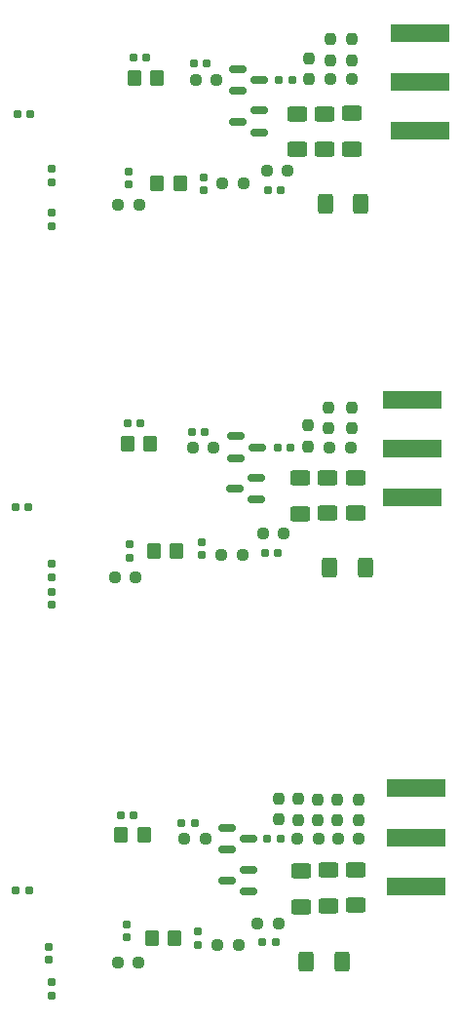
<source format=gbr>
%TF.GenerationSoftware,KiCad,Pcbnew,(6.0.11)*%
%TF.CreationDate,2023-07-19T09:13:22-05:00*%
%TF.ProjectId,SchottkyNoiseSource,5363686f-7474-46b7-994e-6f697365536f,rev?*%
%TF.SameCoordinates,Original*%
%TF.FileFunction,Paste,Top*%
%TF.FilePolarity,Positive*%
%FSLAX46Y46*%
G04 Gerber Fmt 4.6, Leading zero omitted, Abs format (unit mm)*
G04 Created by KiCad (PCBNEW (6.0.11)) date 2023-07-19 09:13:22*
%MOMM*%
%LPD*%
G01*
G04 APERTURE LIST*
G04 Aperture macros list*
%AMRoundRect*
0 Rectangle with rounded corners*
0 $1 Rounding radius*
0 $2 $3 $4 $5 $6 $7 $8 $9 X,Y pos of 4 corners*
0 Add a 4 corners polygon primitive as box body*
4,1,4,$2,$3,$4,$5,$6,$7,$8,$9,$2,$3,0*
0 Add four circle primitives for the rounded corners*
1,1,$1+$1,$2,$3*
1,1,$1+$1,$4,$5*
1,1,$1+$1,$6,$7*
1,1,$1+$1,$8,$9*
0 Add four rect primitives between the rounded corners*
20,1,$1+$1,$2,$3,$4,$5,0*
20,1,$1+$1,$4,$5,$6,$7,0*
20,1,$1+$1,$6,$7,$8,$9,0*
20,1,$1+$1,$8,$9,$2,$3,0*%
G04 Aperture macros list end*
%ADD10RoundRect,0.237500X-0.250000X-0.237500X0.250000X-0.237500X0.250000X0.237500X-0.250000X0.237500X0*%
%ADD11RoundRect,0.155000X-0.212500X-0.155000X0.212500X-0.155000X0.212500X0.155000X-0.212500X0.155000X0*%
%ADD12RoundRect,0.250000X0.350000X0.450000X-0.350000X0.450000X-0.350000X-0.450000X0.350000X-0.450000X0*%
%ADD13RoundRect,0.250000X-0.400000X-0.625000X0.400000X-0.625000X0.400000X0.625000X-0.400000X0.625000X0*%
%ADD14RoundRect,0.250000X0.625000X-0.400000X0.625000X0.400000X-0.625000X0.400000X-0.625000X-0.400000X0*%
%ADD15RoundRect,0.237500X0.237500X-0.250000X0.237500X0.250000X-0.237500X0.250000X-0.237500X-0.250000X0*%
%ADD16RoundRect,0.155000X0.155000X-0.212500X0.155000X0.212500X-0.155000X0.212500X-0.155000X-0.212500X0*%
%ADD17RoundRect,0.155000X0.212500X0.155000X-0.212500X0.155000X-0.212500X-0.155000X0.212500X-0.155000X0*%
%ADD18RoundRect,0.150000X-0.587500X-0.150000X0.587500X-0.150000X0.587500X0.150000X-0.587500X0.150000X0*%
%ADD19RoundRect,0.237500X0.250000X0.237500X-0.250000X0.237500X-0.250000X-0.237500X0.250000X-0.237500X0*%
%ADD20RoundRect,0.155000X-0.155000X0.212500X-0.155000X-0.212500X0.155000X-0.212500X0.155000X0.212500X0*%
%ADD21R,5.080000X1.500000*%
%ADD22RoundRect,0.150000X0.587500X0.150000X-0.587500X0.150000X-0.587500X-0.150000X0.587500X-0.150000X0*%
G04 APERTURE END LIST*
D10*
%TO.C,R11*%
X126477500Y-89890000D03*
X128302500Y-89890000D03*
%TD*%
D11*
%TO.C,C6*%
X121942500Y-89890000D03*
X123077500Y-89890000D03*
%TD*%
D12*
%TO.C,R1*%
X111480000Y-57840000D03*
X109480000Y-57840000D03*
%TD*%
D13*
%TO.C,R41*%
X126450000Y-100350000D03*
X129550000Y-100350000D03*
%TD*%
D10*
%TO.C,R33*%
X120187500Y-131220000D03*
X122012500Y-131220000D03*
%TD*%
D12*
%TO.C,R26*%
X113200000Y-98900000D03*
X111200000Y-98900000D03*
%TD*%
D10*
%TO.C,R32*%
X108053500Y-134620000D03*
X109878500Y-134620000D03*
%TD*%
D14*
%TO.C,R36*%
X128425000Y-64000000D03*
X128425000Y-60900000D03*
%TD*%
%TO.C,R43*%
X126339600Y-129718400D03*
X126339600Y-126618400D03*
%TD*%
D15*
%TO.C,R15*%
X122042500Y-122192500D03*
X122042500Y-120367500D03*
%TD*%
D11*
%TO.C,C11*%
X99152500Y-95080000D03*
X100287500Y-95080000D03*
%TD*%
D16*
%TO.C,C20*%
X115000000Y-133067500D03*
X115000000Y-131932500D03*
%TD*%
%TO.C,C26*%
X102362000Y-103567500D03*
X102362000Y-102432500D03*
%TD*%
D15*
%TO.C,R19*%
X127162500Y-122302500D03*
X127162500Y-120477500D03*
%TD*%
%TO.C,R6*%
X128440000Y-56302500D03*
X128440000Y-54477500D03*
%TD*%
D16*
%TO.C,C27*%
X102362000Y-137473500D03*
X102362000Y-136338500D03*
%TD*%
D14*
%TO.C,R45*%
X128727200Y-129667600D03*
X128727200Y-126567600D03*
%TD*%
D16*
%TO.C,C13*%
X109000000Y-67067500D03*
X109000000Y-65932500D03*
%TD*%
D17*
%TO.C,C15*%
X122233500Y-67564000D03*
X121098500Y-67564000D03*
%TD*%
D16*
%TO.C,C14*%
X115500000Y-67567500D03*
X115500000Y-66432500D03*
%TD*%
D10*
%TO.C,R29*%
X120675000Y-97400000D03*
X122500000Y-97400000D03*
%TD*%
D11*
%TO.C,C10*%
X99365000Y-61000000D03*
X100500000Y-61000000D03*
%TD*%
%TO.C,C1*%
X109412500Y-56050000D03*
X110547500Y-56050000D03*
%TD*%
D10*
%TO.C,R25*%
X121007500Y-65849000D03*
X122832500Y-65849000D03*
%TD*%
D15*
%TO.C,R9*%
X124590000Y-89825000D03*
X124590000Y-88000000D03*
%TD*%
D14*
%TO.C,R42*%
X124002800Y-129769200D03*
X124002800Y-126669200D03*
%TD*%
D18*
%TO.C,D3*%
X117545000Y-122930000D03*
X117545000Y-124830000D03*
X119420000Y-123880000D03*
%TD*%
D10*
%TO.C,R28*%
X107787500Y-101200000D03*
X109612500Y-101200000D03*
%TD*%
D15*
%TO.C,R10*%
X126390000Y-88262500D03*
X126390000Y-86437500D03*
%TD*%
D19*
%TO.C,R27*%
X118912500Y-99200000D03*
X117087500Y-99200000D03*
%TD*%
D14*
%TO.C,R34*%
X126025000Y-64050000D03*
X126025000Y-60950000D03*
%TD*%
D11*
%TO.C,C12*%
X99222500Y-128340000D03*
X100357500Y-128340000D03*
%TD*%
%TO.C,C2*%
X114645000Y-56520000D03*
X115780000Y-56520000D03*
%TD*%
D20*
%TO.C,C22*%
X102362000Y-65726500D03*
X102362000Y-66861500D03*
%TD*%
D10*
%TO.C,R17*%
X123690000Y-123910000D03*
X125515000Y-123910000D03*
%TD*%
D15*
%TO.C,R21*%
X129002500Y-122282500D03*
X129002500Y-120457500D03*
%TD*%
D10*
%TO.C,R5*%
X126577500Y-57930000D03*
X128402500Y-57930000D03*
%TD*%
D20*
%TO.C,C23*%
X102108000Y-133272500D03*
X102108000Y-134407500D03*
%TD*%
D21*
%TO.C,J1*%
X134290000Y-58160000D03*
X134290000Y-53910000D03*
X134290000Y-62410000D03*
%TD*%
D22*
%TO.C,D6*%
X119437500Y-128450000D03*
X119437500Y-126550000D03*
X117562500Y-127500000D03*
%TD*%
D12*
%TO.C,R22*%
X113500000Y-67000000D03*
X111500000Y-67000000D03*
%TD*%
D11*
%TO.C,C4*%
X108932500Y-87780000D03*
X110067500Y-87780000D03*
%TD*%
D16*
%TO.C,C16*%
X109100000Y-99467500D03*
X109100000Y-98332500D03*
%TD*%
D15*
%TO.C,R4*%
X126520000Y-56282500D03*
X126520000Y-54457500D03*
%TD*%
D17*
%TO.C,C18*%
X121967500Y-99100000D03*
X120832500Y-99100000D03*
%TD*%
D15*
%TO.C,R3*%
X124650000Y-57922500D03*
X124650000Y-56097500D03*
%TD*%
%TO.C,R18*%
X125472500Y-122292500D03*
X125472500Y-120467500D03*
%TD*%
%TO.C,R12*%
X128360000Y-88262500D03*
X128360000Y-86437500D03*
%TD*%
D16*
%TO.C,C17*%
X115400000Y-99267500D03*
X115400000Y-98132500D03*
%TD*%
D12*
%TO.C,R7*%
X110910000Y-89590000D03*
X108910000Y-89590000D03*
%TD*%
D17*
%TO.C,C21*%
X121757500Y-132870000D03*
X120622500Y-132870000D03*
%TD*%
D19*
%TO.C,R14*%
X115675000Y-123900000D03*
X113850000Y-123900000D03*
%TD*%
D12*
%TO.C,R13*%
X110352500Y-123570000D03*
X108352500Y-123570000D03*
%TD*%
%TO.C,R30*%
X113000000Y-132500000D03*
X111000000Y-132500000D03*
%TD*%
D19*
%TO.C,R8*%
X116402500Y-89940000D03*
X114577500Y-89940000D03*
%TD*%
D21*
%TO.C,J6*%
X134000000Y-123750000D03*
X134000000Y-119500000D03*
X134000000Y-128000000D03*
%TD*%
D10*
%TO.C,R24*%
X108087500Y-68834000D03*
X109912500Y-68834000D03*
%TD*%
D11*
%TO.C,C5*%
X114475000Y-88590000D03*
X115610000Y-88590000D03*
%TD*%
D16*
%TO.C,C25*%
X102362000Y-70671500D03*
X102362000Y-69536500D03*
%TD*%
D19*
%TO.C,R2*%
X116642500Y-58040000D03*
X114817500Y-58040000D03*
%TD*%
D13*
%TO.C,R44*%
X124434000Y-134569200D03*
X127534000Y-134569200D03*
%TD*%
D20*
%TO.C,C24*%
X102362000Y-100016500D03*
X102362000Y-101151500D03*
%TD*%
D16*
%TO.C,C19*%
X108860000Y-132451665D03*
X108860000Y-131316665D03*
%TD*%
D22*
%TO.C,D5*%
X120137500Y-94450000D03*
X120137500Y-92550000D03*
X118262500Y-93500000D03*
%TD*%
D10*
%TO.C,R20*%
X127190000Y-123890000D03*
X129015000Y-123890000D03*
%TD*%
D14*
%TO.C,R35*%
X123675000Y-64050000D03*
X123675000Y-60950000D03*
%TD*%
%TO.C,R39*%
X126275000Y-95625000D03*
X126275000Y-92525000D03*
%TD*%
D11*
%TO.C,C8*%
X113615000Y-122530000D03*
X114750000Y-122530000D03*
%TD*%
D19*
%TO.C,R23*%
X118962500Y-66970000D03*
X117137500Y-66970000D03*
%TD*%
D18*
%TO.C,D2*%
X118352500Y-88940000D03*
X118352500Y-90840000D03*
X120227500Y-89890000D03*
%TD*%
D14*
%TO.C,R37*%
X128725000Y-95625000D03*
X128725000Y-92525000D03*
%TD*%
D22*
%TO.C,D4*%
X120347500Y-62560000D03*
X120347500Y-60660000D03*
X118472500Y-61610000D03*
%TD*%
D11*
%TO.C,C3*%
X122072500Y-58010000D03*
X123207500Y-58010000D03*
%TD*%
D19*
%TO.C,R31*%
X118572500Y-133060000D03*
X116747500Y-133060000D03*
%TD*%
D21*
%TO.C,J4*%
X133637500Y-90000000D03*
X133637500Y-85750000D03*
X133637500Y-94250000D03*
%TD*%
D13*
%TO.C,R40*%
X126075000Y-68775000D03*
X129175000Y-68775000D03*
%TD*%
D11*
%TO.C,C9*%
X121055000Y-123870000D03*
X122190000Y-123870000D03*
%TD*%
D18*
%TO.C,D1*%
X118482500Y-57050000D03*
X118482500Y-58950000D03*
X120357500Y-58000000D03*
%TD*%
D11*
%TO.C,C7*%
X108315000Y-121820000D03*
X109450000Y-121820000D03*
%TD*%
D15*
%TO.C,R16*%
X123752500Y-122222500D03*
X123752500Y-120397500D03*
%TD*%
D14*
%TO.C,R38*%
X123925000Y-95675000D03*
X123925000Y-92575000D03*
%TD*%
M02*

</source>
